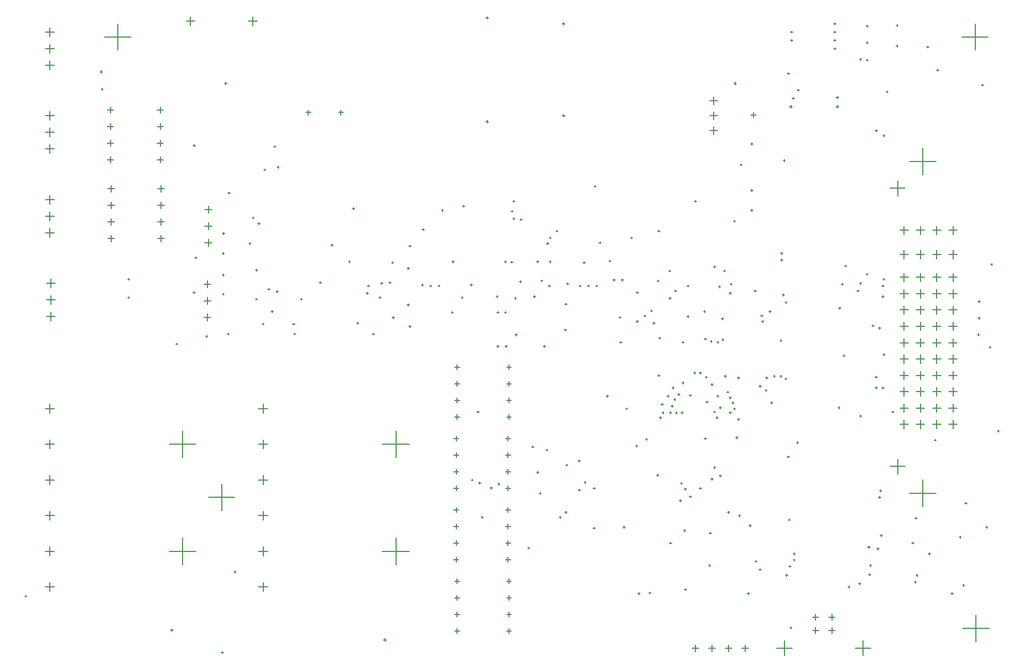
<source format=gbr>
%TF.GenerationSoftware,Altium Limited,Altium Designer,22.2.1 (43)*%
G04 Layer_Color=128*
%FSLAX44Y44*%
%MOMM*%
%TF.SameCoordinates,040CE2E0-B857-4D47-B26F-9B72162B56B4*%
%TF.FilePolarity,Positive*%
%TF.FileFunction,Drillmap*%
%TF.Part,Single*%
G01*
G75*
%TA.AperFunction,NonConductor*%
%ADD98C,0.1270*%
D98*
X1634109Y1021080D02*
X1675003D01*
X1654556Y1000633D02*
Y1041527D01*
X1634109Y513080D02*
X1675003D01*
X1654556Y492633D02*
Y533527D01*
X1604645Y979932D02*
X1627759D01*
X1616202Y968375D02*
Y991489D01*
X1604645Y553974D02*
X1627759D01*
X1616202Y542417D02*
Y565531D01*
X1694561Y915416D02*
X1707515D01*
X1701038Y908939D02*
Y921893D01*
X1669669Y915416D02*
X1682623D01*
X1676146Y908939D02*
Y921893D01*
X1644523Y915416D02*
X1657477D01*
X1651000Y908939D02*
Y921893D01*
X1619631Y915416D02*
X1632585D01*
X1626108Y908939D02*
Y921893D01*
X1694561Y878586D02*
X1707515D01*
X1701038Y872109D02*
Y885063D01*
X1669669Y878586D02*
X1682623D01*
X1676146Y872109D02*
Y885063D01*
X1644523Y878586D02*
X1657477D01*
X1651000Y872109D02*
Y885063D01*
X1619631Y878586D02*
X1632585D01*
X1626108Y872109D02*
Y885063D01*
X1694561Y843534D02*
X1707515D01*
X1701038Y837057D02*
Y850011D01*
X1669669Y843534D02*
X1682623D01*
X1676146Y837057D02*
Y850011D01*
X1644523Y843534D02*
X1657477D01*
X1651000Y837057D02*
Y850011D01*
X1619631Y843534D02*
X1632585D01*
X1626108Y837057D02*
Y850011D01*
X1694561Y818388D02*
X1707515D01*
X1701038Y811911D02*
Y824865D01*
X1669669Y818388D02*
X1682623D01*
X1676146Y811911D02*
Y824865D01*
X1644523Y818388D02*
X1657477D01*
X1651000Y811911D02*
Y824865D01*
X1619631Y818388D02*
X1632585D01*
X1626108Y811911D02*
Y824865D01*
X1694561Y793496D02*
X1707515D01*
X1701038Y787019D02*
Y799973D01*
X1669669Y793496D02*
X1682623D01*
X1676146Y787019D02*
Y799973D01*
X1644523Y793496D02*
X1657477D01*
X1651000Y787019D02*
Y799973D01*
X1619631Y793496D02*
X1632585D01*
X1626108Y787019D02*
Y799973D01*
X1694561Y768604D02*
X1707515D01*
X1701038Y762127D02*
Y775081D01*
X1669669Y768604D02*
X1682623D01*
X1676146Y762127D02*
Y775081D01*
X1644523Y768604D02*
X1657477D01*
X1651000Y762127D02*
Y775081D01*
X1619631Y768604D02*
X1632585D01*
X1626108Y762127D02*
Y775081D01*
X1694561Y743458D02*
X1707515D01*
X1701038Y736981D02*
Y749935D01*
X1669669Y743458D02*
X1682623D01*
X1676146Y736981D02*
Y749935D01*
X1644523Y743458D02*
X1657477D01*
X1651000Y736981D02*
Y749935D01*
X1619631Y743458D02*
X1632585D01*
X1626108Y736981D02*
Y749935D01*
X1694561Y718566D02*
X1707515D01*
X1701038Y712089D02*
Y725043D01*
X1669669Y718566D02*
X1682623D01*
X1676146Y712089D02*
Y725043D01*
X1644523Y718566D02*
X1657477D01*
X1651000Y712089D02*
Y725043D01*
X1619631Y718566D02*
X1632585D01*
X1626108Y712089D02*
Y725043D01*
X1694561Y693420D02*
X1707515D01*
X1701038Y686943D02*
Y699897D01*
X1669669Y693420D02*
X1682623D01*
X1676146Y686943D02*
Y699897D01*
X1644523Y693420D02*
X1657477D01*
X1651000Y686943D02*
Y699897D01*
X1619631Y693420D02*
X1632585D01*
X1626108Y686943D02*
Y699897D01*
X1694561Y668528D02*
X1707515D01*
X1701038Y662051D02*
Y675005D01*
X1669669Y668528D02*
X1682623D01*
X1676146Y662051D02*
Y675005D01*
X1644523Y668528D02*
X1657477D01*
X1651000Y662051D02*
Y675005D01*
X1619631Y668528D02*
X1632585D01*
X1626108Y662051D02*
Y675005D01*
X1694561Y643382D02*
X1707515D01*
X1701038Y636905D02*
Y649859D01*
X1669669Y643382D02*
X1682623D01*
X1676146Y636905D02*
Y649859D01*
X1644523Y643382D02*
X1657477D01*
X1651000Y636905D02*
Y649859D01*
X1619631Y643382D02*
X1632585D01*
X1626108Y636905D02*
Y649859D01*
X1694561Y618490D02*
X1707515D01*
X1701038Y612013D02*
Y624967D01*
X1669669Y618490D02*
X1682623D01*
X1676146Y612013D02*
Y624967D01*
X1644523Y618490D02*
X1657477D01*
X1651000Y612013D02*
Y624967D01*
X1619631Y618490D02*
X1632585D01*
X1626108Y612013D02*
Y624967D01*
X1377830Y275590D02*
X1388230D01*
X1383030Y270390D02*
Y280790D01*
X1352430Y275590D02*
X1362830D01*
X1357630Y270390D02*
Y280790D01*
X1327030Y275590D02*
X1337430D01*
X1332230Y270390D02*
Y280790D01*
X1301630Y275590D02*
X1312030D01*
X1306830Y270390D02*
Y280790D01*
X527510Y1235710D02*
X540510D01*
X534010Y1229210D02*
Y1242210D01*
X622810Y1235710D02*
X635810D01*
X629310Y1229210D02*
Y1242210D01*
X1017710Y706120D02*
X1025110D01*
X1021410Y702420D02*
Y709820D01*
X1017710Y680720D02*
X1025110D01*
X1021410Y677020D02*
Y684420D01*
X1017710Y655320D02*
X1025110D01*
X1021410Y651620D02*
Y659020D01*
X1017710Y629920D02*
X1025110D01*
X1021410Y626220D02*
Y633620D01*
X938310Y629920D02*
X945710D01*
X942010Y626220D02*
Y633620D01*
X938310Y655320D02*
X945710D01*
X942010Y651620D02*
Y659020D01*
X938310Y706120D02*
X945710D01*
X942010Y702420D02*
Y709820D01*
X938310Y680720D02*
X945710D01*
X942010Y677020D02*
Y684420D01*
X827786Y588010D02*
X868934D01*
X848360Y567436D02*
Y608584D01*
X638175Y533400D02*
X652145D01*
X645160Y526415D02*
Y540385D01*
X638175Y588010D02*
X652145D01*
X645160Y581025D02*
Y594995D01*
X638175Y642620D02*
X652145D01*
X645160Y635635D02*
Y649605D01*
X1328870Y1113730D02*
X1340670D01*
X1334770Y1107830D02*
Y1119630D01*
X1328870Y1090930D02*
X1340670D01*
X1334770Y1085030D02*
Y1096830D01*
X1328870Y1068130D02*
X1340670D01*
X1334770Y1062230D02*
Y1074030D01*
X554720Y833120D02*
X565420D01*
X560070Y827770D02*
Y838470D01*
X554720Y807720D02*
X565420D01*
X560070Y802370D02*
Y813070D01*
X554720Y782320D02*
X565420D01*
X560070Y776970D02*
Y787670D01*
X555990Y947420D02*
X566690D01*
X561340Y942070D02*
Y952770D01*
X555990Y922020D02*
X566690D01*
X561340Y916670D02*
Y927370D01*
X555990Y896620D02*
X566690D01*
X561340Y891270D02*
Y901970D01*
X483997Y979170D02*
X493903D01*
X488950Y974217D02*
Y984123D01*
X483997Y953770D02*
X493903D01*
X488950Y948817D02*
Y958723D01*
X483997Y928370D02*
X493903D01*
X488950Y923417D02*
Y933323D01*
X483997Y902970D02*
X493903D01*
X488950Y898017D02*
Y907923D01*
X407797Y902970D02*
X417703D01*
X412750Y898017D02*
Y907923D01*
X407797Y928370D02*
X417703D01*
X412750Y923417D02*
Y933323D01*
X407797Y953770D02*
X417703D01*
X412750Y948817D02*
Y958723D01*
X407797Y979170D02*
X417703D01*
X412750Y974217D02*
Y984123D01*
X482727Y1099820D02*
X492633D01*
X487680Y1094867D02*
Y1104773D01*
X482727Y1074420D02*
X492633D01*
X487680Y1069467D02*
Y1079373D01*
X482727Y1049020D02*
X492633D01*
X487680Y1044067D02*
Y1053973D01*
X482727Y1023620D02*
X492633D01*
X487680Y1018667D02*
Y1028573D01*
X406527Y1023620D02*
X416433D01*
X411480Y1018667D02*
Y1028573D01*
X406527Y1049020D02*
X416433D01*
X411480Y1044067D02*
Y1053973D01*
X406527Y1074420D02*
X416433D01*
X411480Y1069467D02*
Y1079373D01*
X406527Y1099820D02*
X416433D01*
X411480Y1094867D02*
Y1104773D01*
X760390Y1096010D02*
X767890D01*
X764140Y1092260D02*
Y1099760D01*
X710390Y1096010D02*
X717890D01*
X714140Y1092260D02*
Y1099760D01*
X313190Y834340D02*
X326890D01*
X320040Y827490D02*
Y841190D01*
X313190Y808990D02*
X326890D01*
X320040Y802140D02*
Y815840D01*
X313190Y783640D02*
X326890D01*
X320040Y776790D02*
Y790490D01*
X311920Y962594D02*
X325620D01*
X318770Y955743D02*
Y969444D01*
X311920Y937243D02*
X325620D01*
X318770Y930393D02*
Y944093D01*
X311920Y911893D02*
X325620D01*
X318770Y905043D02*
Y918744D01*
X311920Y1090847D02*
X325620D01*
X318770Y1083997D02*
Y1097697D01*
X311920Y1065497D02*
X325620D01*
X318770Y1058646D02*
Y1072346D01*
X311920Y1040147D02*
X325620D01*
X318770Y1033297D02*
Y1046997D01*
X311920Y1219100D02*
X325620D01*
X318770Y1212250D02*
Y1225950D01*
X311920Y1193750D02*
X325620D01*
X318770Y1186900D02*
Y1200600D01*
X311920Y1168400D02*
X325620D01*
X318770Y1161550D02*
Y1175250D01*
X1016440Y596900D02*
X1023840D01*
X1020140Y593200D02*
Y600600D01*
X1016440Y571500D02*
X1023840D01*
X1020140Y567800D02*
Y575200D01*
X1016440Y546100D02*
X1023840D01*
X1020140Y542400D02*
Y549800D01*
X1016440Y520700D02*
X1023840D01*
X1020140Y517000D02*
Y524400D01*
X937040Y520700D02*
X944440D01*
X940740Y517000D02*
Y524400D01*
X937040Y546100D02*
X944440D01*
X940740Y542400D02*
Y549800D01*
X937040Y596900D02*
X944440D01*
X940740Y593200D02*
Y600600D01*
X937040Y571500D02*
X944440D01*
X940740Y567800D02*
Y575200D01*
X937040Y462280D02*
X944440D01*
X940740Y458580D02*
Y465980D01*
X937040Y487680D02*
X944440D01*
X940740Y483980D02*
Y491380D01*
X937040Y436880D02*
X944440D01*
X940740Y433180D02*
Y440580D01*
X937040Y411480D02*
X944440D01*
X940740Y407780D02*
Y415180D01*
X1016440Y411480D02*
X1023840D01*
X1020140Y407780D02*
Y415180D01*
X1016440Y436880D02*
X1023840D01*
X1020140Y433180D02*
Y440580D01*
X1016440Y462280D02*
X1023840D01*
X1020140Y458580D02*
Y465980D01*
X1016440Y487680D02*
X1023840D01*
X1020140Y483980D02*
Y491380D01*
X938310Y353060D02*
X945710D01*
X942010Y349360D02*
Y356760D01*
X938310Y378460D02*
X945710D01*
X942010Y374760D02*
Y382160D01*
X938310Y327660D02*
X945710D01*
X942010Y323960D02*
Y331360D01*
X938310Y302260D02*
X945710D01*
X942010Y298560D02*
Y305960D01*
X1017710Y302260D02*
X1025110D01*
X1021410Y298560D02*
Y305960D01*
X1017710Y327660D02*
X1025110D01*
X1021410Y323960D02*
Y331360D01*
X1017710Y353060D02*
X1025110D01*
X1021410Y349360D02*
Y356760D01*
X1017710Y378460D02*
X1025110D01*
X1021410Y374760D02*
Y382160D01*
X827786Y424180D02*
X868934D01*
X848360Y403606D02*
Y444754D01*
X638175Y369570D02*
X652145D01*
X645160Y362585D02*
Y376555D01*
X638175Y424180D02*
X652145D01*
X645160Y417195D02*
Y431165D01*
X638175Y478790D02*
X652145D01*
X645160Y471805D02*
Y485775D01*
X501396Y588010D02*
X542544D01*
X521970Y567436D02*
Y608584D01*
X311785Y533400D02*
X325755D01*
X318770Y526415D02*
Y540385D01*
X311785Y588010D02*
X325755D01*
X318770Y581025D02*
Y594995D01*
X311785Y642620D02*
X325755D01*
X318770Y635635D02*
Y649605D01*
X1511070Y323166D02*
X1520270D01*
X1515670Y318566D02*
Y327766D01*
X1486070Y323166D02*
X1495270D01*
X1490670Y318566D02*
Y327766D01*
X1486070Y303165D02*
X1495270D01*
X1490670Y298565D02*
Y307765D01*
X1511070Y303165D02*
X1520270D01*
X1515670Y298565D02*
Y307765D01*
X1431320Y276066D02*
X1454620D01*
X1442970Y264415D02*
Y287715D01*
X1551720Y276066D02*
X1575020D01*
X1563370Y264415D02*
Y287715D01*
X311785Y478790D02*
X325755D01*
X318770Y471805D02*
Y485775D01*
X311785Y424180D02*
X325755D01*
X318770Y417195D02*
Y431165D01*
X311785Y369570D02*
X325755D01*
X318770Y362585D02*
Y376555D01*
X501396Y424180D02*
X542544D01*
X521970Y403606D02*
Y444754D01*
X822730Y812800D02*
X825730D01*
X824230Y811300D02*
Y814300D01*
X1558060Y834390D02*
X1561060D01*
X1559560Y832890D02*
Y835890D01*
X1592350Y814070D02*
X1595350D01*
X1593850Y812570D02*
Y815570D01*
X1248180Y838200D02*
X1251180D01*
X1249680Y836700D02*
Y839700D01*
X1241830Y773430D02*
X1244830D01*
X1243330Y771930D02*
Y774930D01*
X1216430Y775970D02*
X1219430D01*
X1217930Y774470D02*
Y777470D01*
X1227860Y784860D02*
X1230860D01*
X1229360Y783360D02*
Y786360D01*
X1216430Y820420D02*
X1219430D01*
X1217930Y818920D02*
Y821920D01*
X1238020Y792480D02*
X1241020D01*
X1239520Y790980D02*
Y793980D01*
X1334540Y859790D02*
X1337540D01*
X1336040Y858290D02*
Y861290D01*
X1249450Y693420D02*
X1252450D01*
X1250950Y691920D02*
Y694920D01*
X1589810Y448310D02*
X1592810D01*
X1591310Y446810D02*
Y449810D01*
X1572030Y388620D02*
X1575030D01*
X1573530Y387120D02*
Y390120D01*
X1556790Y374650D02*
X1559790D01*
X1558290Y373150D02*
Y376150D01*
X1568042Y848327D02*
X1571042D01*
X1569542Y846827D02*
Y849827D01*
X1641880Y377190D02*
X1644880D01*
X1643380Y375690D02*
Y378690D01*
X1570260Y430530D02*
X1574260D01*
X1572260Y428530D02*
Y432530D01*
X1697647Y359410D02*
X1701647D01*
X1699647Y357410D02*
Y361410D01*
X1540280Y369570D02*
X1543280D01*
X1541780Y368070D02*
Y371070D01*
X1715540Y372110D02*
X1718540D01*
X1717040Y370610D02*
Y373610D01*
X1756180Y736600D02*
X1759180D01*
X1757680Y735100D02*
Y738100D01*
X1389150Y463550D02*
X1392150D01*
X1390650Y462050D02*
Y465050D01*
X1525040Y643890D02*
X1528040D01*
X1526540Y642390D02*
Y645390D01*
X1447570Y568960D02*
X1450570D01*
X1449070Y567460D02*
Y570460D01*
X1592350Y830580D02*
X1595350D01*
X1593850Y829080D02*
Y832080D01*
X1768880Y608330D02*
X1771880D01*
X1770380Y606830D02*
Y609830D01*
X1532660Y723900D02*
X1535660D01*
X1534160Y722400D02*
Y725400D01*
X1644420Y387350D02*
X1647420D01*
X1645920Y385850D02*
Y388850D01*
X1526310Y796290D02*
X1529310D01*
X1527810Y794790D02*
Y797790D01*
X1593620Y725170D02*
X1596620D01*
X1595120Y723670D02*
Y726670D01*
X1582190Y690880D02*
X1585190D01*
X1583690Y689380D02*
Y692380D01*
X1582190Y674370D02*
X1585190D01*
X1583690Y672870D02*
Y675870D01*
X1592350Y674370D02*
X1595350D01*
X1593850Y672870D02*
Y675870D01*
X1584730Y427990D02*
X1587730D01*
X1586230Y426490D02*
Y429490D01*
X1588540Y516890D02*
X1591540D01*
X1590040Y515390D02*
Y518390D01*
X1587270Y506730D02*
X1590270D01*
X1588770Y505230D02*
Y508230D01*
X1573300Y402590D02*
X1576300D01*
X1574800Y401090D02*
Y404090D01*
X1290090Y365760D02*
X1293090D01*
X1291590Y364260D02*
Y367260D01*
X1437410Y869950D02*
X1440410D01*
X1438910Y868450D02*
Y871450D01*
X1437410Y880110D02*
X1440410D01*
X1438910Y878610D02*
Y881610D01*
X1441220Y1022350D02*
X1444220D01*
X1442720Y1020850D02*
Y1023850D01*
X1443760Y805180D02*
X1446760D01*
X1445260Y803680D02*
Y806680D01*
X1439950Y816610D02*
X1442950D01*
X1441450Y815110D02*
Y818110D01*
X1436140Y746760D02*
X1439140D01*
X1437640Y745260D02*
Y748260D01*
X1607590Y637540D02*
X1610590D01*
X1609090Y636040D02*
Y639040D01*
X1448840Y472440D02*
X1451840D01*
X1450340Y470940D02*
Y473940D01*
X1461540Y590550D02*
X1464540D01*
X1463040Y589050D02*
Y592050D01*
X1293900Y783590D02*
X1296900D01*
X1295400Y782090D02*
Y785090D01*
X1305330Y960120D02*
X1308330D01*
X1306830Y958620D02*
Y961620D01*
X1249450Y914400D02*
X1252450D01*
X1250950Y912900D02*
Y915900D01*
X1083080Y904240D02*
X1086080D01*
X1084580Y902740D02*
Y905740D01*
X1093240Y914400D02*
X1096240D01*
X1094740Y912900D02*
Y915900D01*
X888770Y916940D02*
X891770D01*
X890270Y915440D02*
Y918440D01*
X917980Y946150D02*
X920980D01*
X919480Y944650D02*
Y947650D01*
X1151660Y982980D02*
X1154660D01*
X1153160Y981480D02*
Y984480D01*
X1107210Y802640D02*
X1110210D01*
X1108710Y801140D02*
Y804140D01*
X865910Y801370D02*
X868910D01*
X867410Y799870D02*
Y802870D01*
X841780Y866140D02*
X844780D01*
X843280Y864640D02*
Y867640D01*
X1365020Y929640D02*
X1368020D01*
X1366520Y928140D02*
Y931140D01*
X1106190Y763020D02*
X1109190D01*
X1107690Y761520D02*
Y764520D01*
X1193570Y839470D02*
X1196570D01*
X1195070Y837970D02*
Y840970D01*
X1081810Y830580D02*
X1084810D01*
X1083310Y829080D02*
Y832080D01*
X1135150Y866140D02*
X1138150D01*
X1136650Y864640D02*
Y867640D01*
X1109455Y834040D02*
X1112455D01*
X1110955Y832540D02*
Y835540D01*
X1024365Y867060D02*
X1027365D01*
X1025865Y865560D02*
Y868560D01*
X1029740Y811530D02*
X1032740D01*
X1031240Y810030D02*
Y813030D01*
X1015770Y737870D02*
X1018770D01*
X1017270Y736370D02*
Y739370D01*
X1269770Y646430D02*
X1272770D01*
X1271270Y644930D02*
Y647930D01*
X1003070Y737870D02*
X1006070D01*
X1004570Y736370D02*
Y739370D01*
X1254530Y648970D02*
X1257530D01*
X1256030Y647470D02*
Y650470D01*
X1199920Y642620D02*
X1202920D01*
X1201420Y641120D02*
Y644120D01*
X1058950Y814070D02*
X1061950D01*
X1060450Y812570D02*
Y815570D01*
X962430Y831850D02*
X965430D01*
X963930Y830350D02*
Y833350D01*
X837970Y835660D02*
X840970D01*
X839470Y834160D02*
Y837160D01*
X865910Y857250D02*
X868910D01*
X867410Y855750D02*
Y858750D01*
X948460Y812800D02*
X951460D01*
X949960Y811300D02*
Y814300D01*
X842755Y781970D02*
X845755D01*
X844255Y780470D02*
Y783470D01*
X1003070Y789940D02*
X1006070D01*
X1004570Y788440D02*
Y791440D01*
X1083080Y867410D02*
X1086080D01*
X1084580Y865910D02*
Y868910D01*
X1070126Y838454D02*
X1073126D01*
X1071626Y836954D02*
Y839954D01*
X1064030Y867410D02*
X1067030D01*
X1065530Y865910D02*
Y868910D01*
X1419630Y791210D02*
X1422630D01*
X1421130Y789710D02*
Y792710D01*
X1286280Y744220D02*
X1289280D01*
X1287780Y742720D02*
Y745720D01*
X1321840Y690880D02*
X1324840D01*
X1323340Y689380D02*
Y692380D01*
X1250720Y750570D02*
X1253720D01*
X1252220Y749070D02*
Y752070D01*
X1371370Y689610D02*
X1374370D01*
X1372870Y688110D02*
Y691110D01*
X825270Y834390D02*
X828270D01*
X826770Y832890D02*
Y835890D01*
X804950Y830580D02*
X807950D01*
X806450Y829080D02*
Y832080D01*
X1001800Y814070D02*
X1004800D01*
X1003300Y812570D02*
Y815570D01*
X1037360Y836930D02*
X1040360D01*
X1038860Y835430D02*
Y838430D01*
X1191030Y744220D02*
X1194030D01*
X1192530Y742720D02*
Y745720D01*
X1593620Y840740D02*
X1596620D01*
X1595120Y839240D02*
Y842240D01*
X1577110Y769620D02*
X1580110D01*
X1578610Y768120D02*
Y771120D01*
X1587270Y765810D02*
X1590270D01*
X1588770Y764310D02*
Y767310D01*
X803297Y819027D02*
X806297D01*
X804797Y817527D02*
Y820527D01*
X912900Y830580D02*
X915900D01*
X914400Y829080D02*
Y832080D01*
X900200Y830580D02*
X903200D01*
X901700Y829080D02*
Y832080D01*
X887500Y831850D02*
X890500D01*
X889000Y830350D02*
Y833350D01*
X1154200Y830580D02*
X1157200D01*
X1155700Y829080D02*
Y832080D01*
X1141500Y830580D02*
X1144500D01*
X1143000Y829080D02*
Y832080D01*
X1128800Y830580D02*
X1131800D01*
X1130300Y829080D02*
Y832080D01*
X1339620Y744220D02*
X1342620D01*
X1341120Y742720D02*
Y745720D01*
X1347240Y748030D02*
X1350240D01*
X1348740Y746530D02*
Y749530D01*
X1329460Y745490D02*
X1332460D01*
X1330960Y743990D02*
Y746990D01*
X1320570Y749300D02*
X1323570D01*
X1322070Y747800D02*
Y750800D01*
X1386610Y359410D02*
X1389610D01*
X1388110Y357910D02*
Y360910D01*
X1451380Y307340D02*
X1454380D01*
X1452880Y305840D02*
Y308840D01*
X1271040Y674370D02*
X1274040D01*
X1272540Y672870D02*
Y675870D01*
X1159280Y896620D02*
X1162280D01*
X1160780Y895120D02*
Y898120D01*
X1079270Y895350D02*
X1082270D01*
X1080770Y893850D02*
Y896850D01*
X868450Y891540D02*
X871450D01*
X869950Y890040D02*
Y893040D01*
X788440Y773430D02*
X791440D01*
X789940Y771930D02*
Y774930D01*
X868450Y768350D02*
X871450D01*
X869950Y766850D02*
Y769850D01*
X1031010Y755650D02*
X1034010D01*
X1032510Y754150D02*
Y757150D01*
X1064030Y544830D02*
X1067030D01*
X1065530Y543330D02*
Y546330D01*
X1286280Y681990D02*
X1289280D01*
X1287780Y680490D02*
Y683490D01*
X1067840Y513080D02*
X1070840D01*
X1069340Y511580D02*
Y514580D01*
X1050060Y429260D02*
X1053060D01*
X1051560Y427760D02*
Y430760D01*
X1263420Y661670D02*
X1266420D01*
X1264920Y660170D02*
Y663170D01*
X972590Y637540D02*
X975590D01*
X974090Y636040D02*
Y639040D01*
X1218970Y359410D02*
X1221970D01*
X1220470Y357910D02*
Y360910D01*
X1235480Y360680D02*
X1238480D01*
X1236980Y359180D02*
Y362180D01*
X1255800Y636270D02*
X1258800D01*
X1257300Y634770D02*
Y637770D01*
X1251990Y628650D02*
X1254990D01*
X1253490Y627150D02*
Y630150D01*
X1365020Y642620D02*
X1368020D01*
X1366520Y641120D02*
Y644120D01*
X1362480Y651510D02*
X1365480D01*
X1363980Y650010D02*
Y653010D01*
X1358670Y659130D02*
X1361670D01*
X1360170Y657630D02*
Y660630D01*
X1150390Y459740D02*
X1153390D01*
X1151890Y458240D02*
Y461240D01*
X1150390Y520700D02*
X1153390D01*
X1151890Y519200D02*
Y522200D01*
X1354860Y668020D02*
X1357860D01*
X1356360Y666520D02*
Y669520D01*
X1568220Y1176020D02*
X1571220D01*
X1569720Y1174520D02*
Y1177520D01*
X1518690Y1206500D02*
X1521690D01*
X1520190Y1205000D02*
Y1208000D01*
X1413280Y670560D02*
X1416280D01*
X1414780Y669060D02*
Y672060D01*
X1414550Y689610D02*
X1417550D01*
X1416050Y688110D02*
Y691110D01*
X1436140Y692150D02*
X1439140D01*
X1437640Y690650D02*
Y693650D01*
X1568220Y1202690D02*
X1571220D01*
X1569720Y1201190D02*
Y1204190D01*
X1518690Y1219200D02*
X1521690D01*
X1520190Y1217700D02*
Y1220700D01*
X1425980Y692150D02*
X1428980D01*
X1427480Y690650D02*
Y693650D01*
X1230400Y595630D02*
X1233400D01*
X1231900Y594130D02*
Y597130D01*
X1339620Y661670D02*
X1342620D01*
X1341120Y660170D02*
Y663170D01*
X1247860Y540700D02*
X1250860D01*
X1249360Y539200D02*
Y542200D01*
X1351050Y692150D02*
X1354050D01*
X1352550Y690650D02*
Y693650D01*
X1346680Y780490D02*
X1349680D01*
X1348180Y778990D02*
Y781990D01*
X1598700Y1127760D02*
X1601700D01*
X1600200Y1126260D02*
Y1129260D01*
X1518690Y1193800D02*
X1521690D01*
X1520190Y1192300D02*
Y1195300D01*
X1396770Y822960D02*
X1399770D01*
X1398270Y821460D02*
Y824460D01*
X1358670Y819150D02*
X1361670D01*
X1360170Y817650D02*
Y820650D01*
X1274850Y822960D02*
X1277850D01*
X1276350Y821460D02*
Y824460D01*
X1207540Y904240D02*
X1210540D01*
X1209040Y902740D02*
Y905740D01*
X646200Y1008380D02*
X649200D01*
X647700Y1006880D02*
Y1009880D01*
X978940Y476250D02*
X981940D01*
X980440Y474750D02*
Y477750D01*
X1098320Y476250D02*
X1101320D01*
X1099820Y474750D02*
Y477750D01*
X1297710Y508000D02*
X1300710D01*
X1299210Y506500D02*
Y509500D01*
X1312950Y520700D02*
X1315950D01*
X1314450Y519200D02*
Y522200D01*
X1312950Y697230D02*
X1315950D01*
X1314450Y695730D02*
Y698730D01*
X1304060Y697230D02*
X1307060D01*
X1305560Y695730D02*
Y698730D01*
X1326920Y402590D02*
X1329920D01*
X1328420Y401090D02*
Y404090D01*
X1267230Y636270D02*
X1270230D01*
X1268730Y634770D02*
Y637770D01*
X1283740Y528320D02*
X1286740D01*
X1285240Y526820D02*
Y529820D01*
X1276120Y636270D02*
X1279120D01*
X1277620Y634770D02*
Y637770D01*
X1285010Y636270D02*
X1288010D01*
X1286510Y634770D02*
Y637770D01*
X1290090Y519430D02*
X1293090D01*
X1291590Y517930D02*
Y520930D01*
X1320570Y596900D02*
X1323570D01*
X1322070Y595400D02*
Y598400D01*
X1328190Y452120D02*
X1331190D01*
X1329690Y450620D02*
Y453620D01*
X1004340Y527050D02*
X1007340D01*
X1005840Y525550D02*
Y528550D01*
X666520Y1012190D02*
X669520D01*
X668020Y1010690D02*
Y1013690D01*
X1107210Y483870D02*
X1110210D01*
X1108710Y482370D02*
Y485370D01*
X1282470Y501650D02*
X1285470D01*
X1283970Y500150D02*
Y503150D01*
X1038630Y932180D02*
X1041630D01*
X1040130Y930680D02*
Y933680D01*
X992910Y521129D02*
X995910D01*
X994410Y519629D02*
Y522629D01*
X1288820Y455930D02*
X1291820D01*
X1290320Y454430D02*
Y457430D01*
X1330730Y534670D02*
X1333730D01*
X1332230Y533170D02*
Y536170D01*
X1273580Y656590D02*
X1276580D01*
X1275080Y655090D02*
Y658090D01*
X1027200Y933450D02*
X1030200D01*
X1028700Y931950D02*
Y934950D01*
X975130Y529022D02*
X978130D01*
X976630Y527522D02*
Y530522D01*
X661440Y1043940D02*
X664440D01*
X662940Y1042440D02*
Y1045440D01*
X1356130Y483870D02*
X1359130D01*
X1357630Y482370D02*
Y485370D01*
X1343430Y539750D02*
X1346430D01*
X1344930Y538250D02*
Y541250D01*
X1279930Y664210D02*
X1282930D01*
X1281430Y662710D02*
Y665710D01*
X1024660Y944880D02*
X1027660D01*
X1026160Y943380D02*
Y946380D01*
X963700Y533400D02*
X966700D01*
X965200Y531900D02*
Y534900D01*
X397280Y1131570D02*
X400280D01*
X398780Y1130070D02*
Y1133070D01*
X1372640Y478790D02*
X1375640D01*
X1374140Y477290D02*
Y480290D01*
X1297710Y662940D02*
X1300710D01*
X1299210Y661440D02*
Y664440D01*
X1027200Y960120D02*
X1030200D01*
X1028700Y958620D02*
Y961620D01*
X1334540Y552450D02*
X1337540D01*
X1336040Y550950D02*
Y553950D01*
X1330730Y679450D02*
X1333730D01*
X1332230Y677950D02*
Y680950D01*
X1450110Y401320D02*
X1453110D01*
X1451610Y399820D02*
Y402820D01*
X1323110Y652780D02*
X1326110D01*
X1324610Y651280D02*
Y654280D01*
X1422170Y651510D02*
X1425170D01*
X1423670Y650010D02*
Y653010D01*
X1334540Y637540D02*
X1337540D01*
X1336040Y636040D02*
Y639040D01*
X1338350Y628650D02*
X1341350D01*
X1339850Y627150D02*
Y630150D01*
X1343430Y643890D02*
X1346430D01*
X1344930Y642390D02*
Y645390D01*
X1358670Y636270D02*
X1361670D01*
X1360170Y634770D02*
Y637770D01*
X1371370Y626110D02*
X1374370D01*
X1372870Y624610D02*
Y627610D01*
X1368830Y598170D02*
X1371830D01*
X1370330Y596670D02*
Y599670D01*
X1180870Y839470D02*
X1183870D01*
X1182370Y837970D02*
Y840970D01*
X1189760Y782320D02*
X1192760D01*
X1191260Y780820D02*
Y783820D01*
X1108480Y556260D02*
X1111480D01*
X1109980Y554760D02*
Y557760D01*
X950550Y952530D02*
X953550D01*
X952050Y951030D02*
Y954030D01*
X1443760Y688340D02*
X1446760D01*
X1445260Y686840D02*
Y689840D01*
X561660Y506730D02*
X601660D01*
X581660Y486730D02*
Y526730D01*
X395510Y1158240D02*
X399510D01*
X397510Y1156240D02*
Y1160240D01*
X402910Y1211580D02*
X442910D01*
X422910Y1191580D02*
Y1231580D01*
X1714820Y1211580D02*
X1754820D01*
X1734820Y1191580D02*
Y1231580D01*
X1716090Y306070D02*
X1756090D01*
X1736090Y286070D02*
Y326070D01*
X540790Y873760D02*
X543790D01*
X542290Y872260D02*
Y875260D01*
X538250Y820420D02*
X541250D01*
X539750Y818920D02*
Y821920D01*
X1170710Y661670D02*
X1173710D01*
X1172210Y660170D02*
Y663170D01*
X1074190Y737870D02*
X1077190D01*
X1075690Y736370D02*
Y739370D01*
X1293900Y830580D02*
X1296900D01*
X1295400Y829080D02*
Y832080D01*
X1319300Y791210D02*
X1322300D01*
X1320800Y789710D02*
Y792710D01*
X1359940Y833120D02*
X1362940D01*
X1361440Y831620D02*
Y834620D01*
X1342160Y829310D02*
X1345160D01*
X1343660Y827810D02*
Y830810D01*
X633500Y854710D02*
X636500D01*
X635000Y853210D02*
Y856210D01*
X643660Y772160D02*
X646660D01*
X645160Y770660D02*
Y773660D01*
X690650Y772160D02*
X693650D01*
X692150Y770660D02*
Y773660D01*
X1398040Y408940D02*
X1401040D01*
X1399540Y407440D02*
Y410440D01*
X1456460Y420370D02*
X1459460D01*
X1457960Y418870D02*
Y421870D01*
X1558060Y631190D02*
X1561060D01*
X1559560Y629690D02*
Y632690D01*
X812570Y756920D02*
X815570D01*
X814070Y755420D02*
Y758420D01*
X1404390Y396240D02*
X1407390D01*
X1405890Y394740D02*
Y397740D01*
X1456442Y410772D02*
X1459442D01*
X1457942Y409272D02*
Y412272D01*
X557300Y753110D02*
X560300D01*
X558800Y751610D02*
Y754610D01*
X1265960Y853440D02*
X1268960D01*
X1267460Y851940D02*
Y854940D01*
X1266090Y811660D02*
X1269090D01*
X1267590Y810160D02*
Y813160D01*
X1196110Y461010D02*
X1199110D01*
X1197610Y459510D02*
Y462510D01*
X1267230Y436880D02*
X1270230D01*
X1268730Y435380D02*
Y438380D01*
X1215160Y585470D02*
X1218160D01*
X1216660Y583970D02*
Y586970D01*
X1751100Y461010D02*
X1754100D01*
X1752600Y459510D02*
Y462510D01*
X1710460Y445770D02*
X1713460D01*
X1711960Y444270D02*
Y447270D01*
X1719350Y497840D02*
X1722350D01*
X1720850Y496340D02*
Y499340D01*
X1643150Y474980D02*
X1646150D01*
X1644650Y473480D02*
Y476480D01*
X1638070Y436880D02*
X1641070D01*
X1639570Y435380D02*
Y438380D01*
X591590Y972820D02*
X594590D01*
X593090Y971320D02*
Y974320D01*
X628420Y934720D02*
X631420D01*
X629920Y933220D02*
Y936220D01*
X749070Y892810D02*
X752070D01*
X750570Y891310D02*
Y894310D01*
X1408200Y775970D02*
X1411200D01*
X1409700Y774470D02*
Y777470D01*
X1406930Y784860D02*
X1409930D01*
X1408430Y783360D02*
Y786360D01*
X538250Y1045210D02*
X541250D01*
X539750Y1043710D02*
Y1046710D01*
X1391690Y1047750D02*
X1394690D01*
X1393190Y1046250D02*
Y1049250D01*
X1462810Y1130300D02*
X1465810D01*
X1464310Y1128800D02*
Y1131800D01*
X1582190Y1068070D02*
X1585190D01*
X1583690Y1066570D02*
Y1069570D01*
X1593620Y1060450D02*
X1596620D01*
X1595120Y1058950D02*
Y1061950D01*
X1522000Y1118870D02*
X1526000D01*
X1524000Y1116870D02*
Y1120870D01*
X1522000Y1104900D02*
X1526000D01*
X1524000Y1102900D02*
Y1106900D01*
X1739670Y806450D02*
X1742670D01*
X1741170Y804950D02*
Y807950D01*
X1739670Y781050D02*
X1742670D01*
X1741170Y779550D02*
Y782550D01*
X1738400Y755650D02*
X1741400D01*
X1739900Y754150D02*
Y757150D01*
X1554250Y822960D02*
X1557250D01*
X1555750Y821460D02*
Y824460D01*
X1530120Y833120D02*
X1533120D01*
X1531620Y831620D02*
Y834620D01*
X1613940Y1229360D02*
X1616940D01*
X1615440Y1227860D02*
Y1230860D01*
X1613940Y1197610D02*
X1616940D01*
X1615440Y1196110D02*
Y1199110D01*
X1558060Y1177290D02*
X1561060D01*
X1559560Y1175790D02*
Y1178790D01*
X1660930Y1196340D02*
X1663930D01*
X1662430Y1194840D02*
Y1197840D01*
X1349780Y853440D02*
X1352780D01*
X1351280Y851940D02*
Y854940D01*
X1136420Y529590D02*
X1139420D01*
X1137920Y528090D02*
Y531090D01*
X1127530Y562610D02*
X1130530D01*
X1129030Y561110D02*
Y564110D01*
X1127530Y518160D02*
X1130530D01*
X1129030Y516660D02*
Y519660D01*
X1663470Y420370D02*
X1666470D01*
X1664970Y418870D02*
Y421870D01*
X1672360Y594360D02*
X1675360D01*
X1673860Y592860D02*
Y595860D01*
X1758720Y863600D02*
X1761720D01*
X1760220Y862100D02*
Y865100D01*
X1455190Y1117600D02*
X1458190D01*
X1456690Y1116100D02*
Y1119100D01*
X1535200Y861060D02*
X1538200D01*
X1536700Y859560D02*
Y862560D01*
X1391690Y946150D02*
X1394690D01*
X1393190Y944650D02*
Y947650D01*
X1391690Y976630D02*
X1394690D01*
X1393190Y975130D02*
Y978130D01*
X1375180Y1016000D02*
X1378180D01*
X1376680Y1014500D02*
Y1017500D01*
X1404390Y676910D02*
X1407390D01*
X1405890Y675410D02*
Y678410D01*
X1445030Y387350D02*
X1448030D01*
X1446530Y385850D02*
Y388850D01*
X829611Y288529D02*
X833611D01*
X831611Y286529D02*
Y290529D01*
X503460Y303530D02*
X507460D01*
X505460Y301530D02*
Y305530D01*
X511580Y741680D02*
X514580D01*
X513080Y740180D02*
Y743180D01*
X280440Y355600D02*
X283440D01*
X281940Y354100D02*
Y357100D01*
X581430Y269240D02*
X584430D01*
X582930Y267740D02*
Y270740D01*
X775740Y867410D02*
X778740D01*
X777240Y865910D02*
Y868910D01*
X1014500Y789940D02*
X1017500D01*
X1016000Y788440D02*
Y791440D01*
X933220Y789940D02*
X936220D01*
X934720Y788440D02*
Y791440D01*
X934490Y867410D02*
X937490D01*
X935990Y865910D02*
Y868910D01*
X1014500Y867410D02*
X1017500D01*
X1016000Y865910D02*
Y868910D01*
X1174520Y868680D02*
X1177520D01*
X1176020Y867180D02*
Y870180D01*
X1078000Y579120D02*
X1081000D01*
X1079500Y577620D02*
Y580620D01*
X1056410Y584200D02*
X1059410D01*
X1057910Y582700D02*
Y585700D01*
X782090Y948690D02*
X785090D01*
X783590Y947190D02*
Y950190D01*
X702080Y810260D02*
X705080D01*
X703580Y808760D02*
Y811760D01*
X731290Y835660D02*
X734290D01*
X732790Y834160D02*
Y837160D01*
X657630Y791210D02*
X660630D01*
X659130Y789710D02*
Y792710D01*
X665250Y821690D02*
X668250D01*
X666750Y820190D02*
Y823190D01*
X652550Y825500D02*
X655550D01*
X654050Y824000D02*
Y827000D01*
X623340Y895350D02*
X626340D01*
X624840Y893850D02*
Y896850D01*
X637310Y925830D02*
X640310D01*
X638810Y924330D02*
Y927330D01*
X633230Y810260D02*
X636230D01*
X634730Y808760D02*
Y811760D01*
X582700Y817880D02*
X585700D01*
X584200Y816380D02*
Y819380D01*
X582700Y847090D02*
X585700D01*
X584200Y845590D02*
Y848590D01*
X582850Y910740D02*
X585850D01*
X584350Y909240D02*
Y912240D01*
X582700Y880110D02*
X585700D01*
X584200Y878610D02*
Y881610D01*
X691920Y756920D02*
X694920D01*
X693420Y755420D02*
Y758420D01*
X590320Y756920D02*
X593320D01*
X591820Y755420D02*
Y758420D01*
X600480Y392430D02*
X603480D01*
X601980Y390930D02*
Y393930D01*
X437920Y812800D02*
X440920D01*
X439420Y811300D02*
Y814300D01*
X437920Y840740D02*
X440920D01*
X439420Y839240D02*
Y842240D01*
X1391730Y1092200D02*
X1399730D01*
X1395730Y1088200D02*
Y1096200D01*
X1447570Y1155700D02*
X1450570D01*
X1449070Y1154200D02*
Y1157200D01*
X1452650Y1206500D02*
X1455650D01*
X1454150Y1205000D02*
Y1208000D01*
X1452650Y1219200D02*
X1455650D01*
X1454150Y1217700D02*
Y1220700D01*
X1744750Y1137920D02*
X1747750D01*
X1746250Y1136420D02*
Y1139420D01*
X1676170Y1160780D02*
X1679170D01*
X1677670Y1159280D02*
Y1162280D01*
X1518690Y1231900D02*
X1521690D01*
X1520190Y1230400D02*
Y1233400D01*
X1568220Y1228090D02*
X1571220D01*
X1569720Y1226590D02*
Y1229590D01*
X1450880Y1104900D02*
X1454880D01*
X1452880Y1102900D02*
Y1106900D01*
X1365790Y1140460D02*
X1369790D01*
X1367790Y1138460D02*
Y1142460D01*
X586010Y1140460D02*
X590010D01*
X588010Y1138460D02*
Y1142460D01*
X986060Y1082040D02*
X990060D01*
X988060Y1080040D02*
Y1084040D01*
X1102900Y1090930D02*
X1106900D01*
X1104900Y1088930D02*
Y1092930D01*
X986060Y1240790D02*
X990060D01*
X988060Y1238790D02*
Y1242790D01*
X1102900Y1231900D02*
X1106900D01*
X1104900Y1229900D02*
Y1233900D01*
%TF.MD5,1c77d51120f6f7873ef7524bf727d56b*%
M02*

</source>
